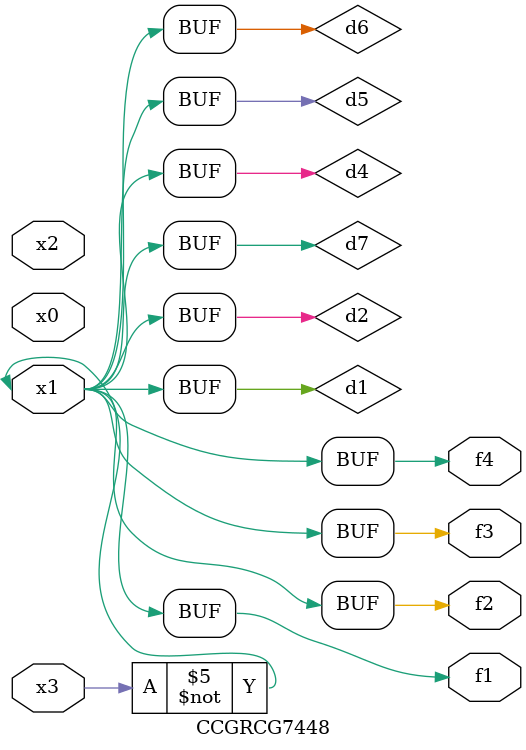
<source format=v>
module CCGRCG7448(
	input x0, x1, x2, x3,
	output f1, f2, f3, f4
);

	wire d1, d2, d3, d4, d5, d6, d7;

	not (d1, x3);
	buf (d2, x1);
	xnor (d3, d1, d2);
	nor (d4, d1);
	buf (d5, d1, d2);
	buf (d6, d4, d5);
	nand (d7, d4);
	assign f1 = d6;
	assign f2 = d7;
	assign f3 = d6;
	assign f4 = d6;
endmodule

</source>
